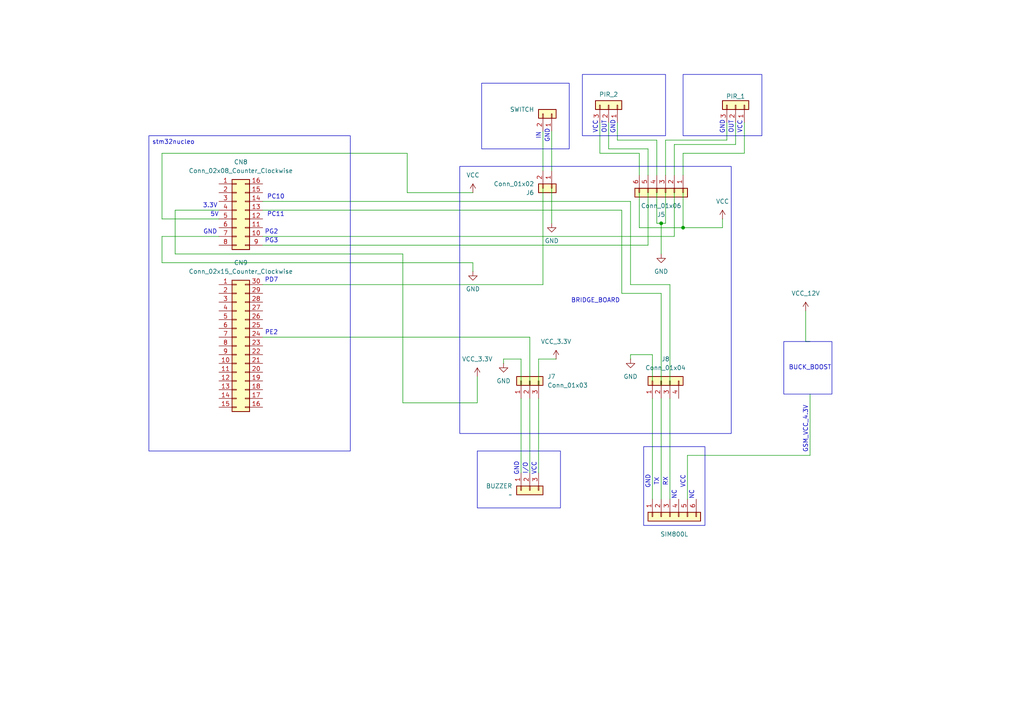
<source format=kicad_sch>
(kicad_sch (version 20250114) (generator "eeschema") (generator_version "9.0")
  (paper "A4")
  (lib_symbols
    (symbol "Connector_Generic:Conn_01x02" (pin_names (offset 1.016) (hide yes))
      (property "Reference" "J" (at 0 2.54 0))
      (property "Value" "Conn_01x02" (at 0 -5.08 0))
      (symbol "Conn_01x02_1_1"
        (rectangle (start -1.27 1.27) (end 1.27 -3.81) (stroke (width 0.254)) (fill (type background)))
        (rectangle (start -1.27 0.127) (end 0 -0.127) (stroke (width 0.1524)))
        (rectangle (start -1.27 -2.413) (end 0 -2.667) (stroke (width 0.1524)))
        (pin passive line (at -5.08 0 0) (length 3.81) (name "Pin_1") (number "1"))
        (pin passive line (at -5.08 -2.54 0) (length 3.81) (name "Pin_2") (number "2"))
      )
    )
    (symbol "Connector_Generic:Conn_01x03" (pin_names (offset 1.016) (hide yes))
      (property "Reference" "J" (at 0 5.08 0))
      (property "Value" "Conn_01x03" (at 0 -5.08 0))
      (symbol "Conn_01x03_1_1"
        (rectangle (start -1.27 3.81) (end 1.27 -3.81) (stroke (width 0.254)) (fill (type background)))
        (rectangle (start -1.27 2.667) (end 0 2.413) (stroke (width 0.1524)))
        (rectangle (start -1.27 0.127) (end 0 -0.127) (stroke (width 0.1524)))
        (rectangle (start -1.27 -2.413) (end 0 -2.667) (stroke (width 0.1524)))
        (pin passive line (at -5.08 2.54 0) (length 3.81) (name "Pin_1") (number "1"))
        (pin passive line (at -5.08 0 0) (length 3.81) (name "Pin_2") (number "2"))
        (pin passive line (at -5.08 -2.54 0) (length 3.81) (name "Pin_3") (number "3"))
      )
    )
    (symbol "Connector_Generic:Conn_01x04" (pin_names (offset 1.016) (hide yes))
      (property "Reference" "J" (at 0 5.08 0))
      (property "Value" "Conn_01x04" (at 0 -7.62 0))
      (symbol "Conn_01x04_1_1"
        (rectangle (start -1.27 3.81) (end 1.27 -6.35) (stroke (width 0.254)) (fill (type background)))
        (rectangle (start -1.27 2.667) (end 0 2.413) (stroke (width 0.1524)))
        (rectangle (start -1.27 0.127) (end 0 -0.127) (stroke (width 0.1524)))
        (rectangle (start -1.27 -2.413) (end 0 -2.667) (stroke (width 0.1524)))
        (rectangle (start -1.27 -4.953) (end 0 -5.207) (stroke (width 0.1524)))
        (pin passive line (at -5.08 2.54 0) (length 3.81) (name "Pin_1") (number "1"))
        (pin passive line (at -5.08 0 0) (length 3.81) (name "Pin_2") (number "2"))
        (pin passive line (at -5.08 -2.54 0) (length 3.81) (name "Pin_3") (number "3"))
        (pin passive line (at -5.08 -5.08 0) (length 3.81) (name "Pin_4") (number "4"))
      )
    )
    (symbol "Connector_Generic:Conn_01x06" (pin_names (offset 1.016) (hide yes))
      (property "Reference" "J" (at 0 7.62 0))
      (property "Value" "Conn_01x06" (at 0 -10.16 0))
      (symbol "Conn_01x06_1_1"
        (rectangle (start -1.27 6.35) (end 1.27 -8.89) (stroke (width 0.254)) (fill (type background)))
        (rectangle (start -1.27 5.207) (end 0 4.953) (stroke (width 0.1524)))
        (rectangle (start -1.27 2.667) (end 0 2.413) (stroke (width 0.1524)))
        (rectangle (start -1.27 0.127) (end 0 -0.127) (stroke (width 0.1524)))
        (rectangle (start -1.27 -2.413) (end 0 -2.667) (stroke (width 0.1524)))
        (rectangle (start -1.27 -4.953) (end 0 -5.207) (stroke (width 0.1524)))
        (rectangle (start -1.27 -7.493) (end 0 -7.747) (stroke (width 0.1524)))
        (pin passive line (at -5.08 5.08 0) (length 3.81) (name "Pin_1") (number "1"))
        (pin passive line (at -5.08 2.54 0) (length 3.81) (name "Pin_2") (number "2"))
        (pin passive line (at -5.08 0 0) (length 3.81) (name "Pin_3") (number "3"))
        (pin passive line (at -5.08 -2.54 0) (length 3.81) (name "Pin_4") (number "4"))
        (pin passive line (at -5.08 -5.08 0) (length 3.81) (name "Pin_5") (number "5"))
        (pin passive line (at -5.08 -7.62 0) (length 3.81) (name "Pin_6") (number "6"))
      )
    )
    (symbol "Connector_Generic:Conn_02x08_Counter_Clockwise" (pin_names (offset 1.016) (hide yes))
      (property "Reference" "J" (at 1.27 10.16 0))
      (property "Value" "Conn_02x08_Counter_Clockwise" (at 1.27 -12.7 0))
      (symbol "Conn_02x08_Counter_Clockwise_1_1"
        (rectangle (start -1.27 8.89) (end 3.81 -11.43) (stroke (width 0.254)) (fill (type background)))
        (rectangle (start -1.27 7.747) (end 0 7.493) (stroke (width 0.1524)))
        (rectangle (start -1.27 5.207) (end 0 4.953) (stroke (width 0.1524)))
        (rectangle (start -1.27 2.667) (end 0 2.413) (stroke (width 0.1524)))
        (rectangle (start -1.27 0.127) (end 0 -0.127) (stroke (width 0.1524)))
        (rectangle (start -1.27 -2.413) (end 0 -2.667) (stroke (width 0.1524)))
        (rectangle (start -1.27 -4.953) (end 0 -5.207) (stroke (width 0.1524)))
        (rectangle (start -1.27 -7.493) (end 0 -7.747) (stroke (width 0.1524)))
        (rectangle (start -1.27 -10.033) (end 0 -10.287) (stroke (width 0.1524)))
        (rectangle (start 3.81 7.747) (end 2.54 7.493) (stroke (width 0.1524)))
        (rectangle (start 3.81 5.207) (end 2.54 4.953) (stroke (width 0.1524)))
        (rectangle (start 3.81 2.667) (end 2.54 2.413) (stroke (width 0.1524)))
        (rectangle (start 3.81 0.127) (end 2.54 -0.127) (stroke (width 0.1524)))
        (rectangle (start 3.81 -2.413) (end 2.54 -2.667) (stroke (width 0.1524)))
        (rectangle (start 3.81 -4.953) (end 2.54 -5.207) (stroke (width 0.1524)))
        (rectangle (start 3.81 -7.493) (end 2.54 -7.747) (stroke (width 0.1524)))
        (rectangle (start 3.81 -10.033) (end 2.54 -10.287) (stroke (width 0.1524)))
        (pin passive line (at -5.08 7.62 0) (length 3.81) (name "Pin_1") (number "1"))
        (pin passive line (at -5.08 5.08 0) (length 3.81) (name "Pin_2") (number "2"))
        (pin passive line (at -5.08 2.54 0) (length 3.81) (name "Pin_3") (number "3"))
        (pin passive line (at -5.08 0 0) (length 3.81) (name "Pin_4") (number "4"))
        (pin passive line (at -5.08 -2.54 0) (length 3.81) (name "Pin_5") (number "5"))
        (pin passive line (at -5.08 -5.08 0) (length 3.81) (name "Pin_6") (number "6"))
        (pin passive line (at -5.08 -7.62 0) (length 3.81) (name "Pin_7") (number "7"))
        (pin passive line (at -5.08 -10.16 0) (length 3.81) (name "Pin_8") (number "8"))
        (pin passive line (at 7.62 7.62 180) (length 3.81) (name "Pin_16") (number "16"))
        (pin passive line (at 7.62 5.08 180) (length 3.81) (name "Pin_15") (number "15"))
        (pin passive line (at 7.62 2.54 180) (length 3.81) (name "Pin_14") (number "14"))
        (pin passive line (at 7.62 0 180) (length 3.81) (name "Pin_13") (number "13"))
        (pin passive line (at 7.62 -2.54 180) (length 3.81) (name "Pin_12") (number "12"))
        (pin passive line (at 7.62 -5.08 180) (length 3.81) (name "Pin_11") (number "11"))
        (pin passive line (at 7.62 -7.62 180) (length 3.81) (name "Pin_10") (number "10"))
        (pin passive line (at 7.62 -10.16 180) (length 3.81) (name "Pin_9") (number "9"))
      )
    )
    (symbol "Connector_Generic:Conn_02x15_Counter_Clockwise" (pin_names (offset 1.016) (hide yes))
      (property "Reference" "J" (at 1.27 20.32 0))
      (property "Value" "Conn_02x15_Counter_Clockwise" (at 1.27 -20.32 0))
      (symbol "Conn_02x15_Counter_Clockwise_1_1"
        (rectangle (start -1.27 19.05) (end 3.81 -19.05) (stroke (width 0.254)) (fill (type background)))
        (rectangle (start -1.27 17.907) (end 0 17.653) (stroke (width 0.1524)))
        (rectangle (start -1.27 15.367) (end 0 15.113) (stroke (width 0.1524)))
        (rectangle (start -1.27 12.827) (end 0 12.573) (stroke (width 0.1524)))
        (rectangle (start -1.27 10.287) (end 0 10.033) (stroke (width 0.1524)))
        (rectangle (start -1.27 7.747) (end 0 7.493) (stroke (width 0.1524)))
        (rectangle (start -1.27 5.207) (end 0 4.953) (stroke (width 0.1524)))
        (rectangle (start -1.27 2.667) (end 0 2.413) (stroke (width 0.1524)))
        (rectangle (start -1.27 0.127) (end 0 -0.127) (stroke (width 0.1524)))
        (rectangle (start -1.27 -2.413) (end 0 -2.667) (stroke (width 0.1524)))
        (rectangle (start -1.27 -4.953) (end 0 -5.207) (stroke (width 0.1524)))
        (rectangle (start -1.27 -7.493) (end 0 -7.747) (stroke (width 0.1524)))
        (rectangle (start -1.27 -10.033) (end 0 -10.287) (stroke (width 0.1524)))
        (rectangle (start -1.27 -12.573) (end 0 -12.827) (stroke (width 0.1524)))
        (rectangle (start -1.27 -15.113) (end 0 -15.367) (stroke (width 0.1524)))
        (rectangle (start -1.27 -17.653) (end 0 -17.907) (stroke (width 0.1524)))
        (rectangle (start 3.81 17.907) (end 2.54 17.653) (stroke (width 0.1524)))
        (rectangle (start 3.81 15.367) (end 2.54 15.113) (stroke (width 0.1524)))
        (rectangle (start 3.81 12.827) (end 2.54 12.573) (stroke (width 0.1524)))
        (rectangle (start 3.81 10.287) (end 2.54 10.033) (stroke (width 0.1524)))
        (rectangle (start 3.81 7.747) (end 2.54 7.493) (stroke (width 0.1524)))
        (rectangle (start 3.81 5.207) (end 2.54 4.953) (stroke (width 0.1524)))
        (rectangle (start 3.81 2.667) (end 2.54 2.413) (stroke (width 0.1524)))
        (rectangle (start 3.81 0.127) (end 2.54 -0.127) (stroke (width 0.1524)))
        (rectangle (start 3.81 -2.413) (end 2.54 -2.667) (stroke (width 0.1524)))
        (rectangle (start 3.81 -4.953) (end 2.54 -5.207) (stroke (width 0.1524)))
        (rectangle (start 3.81 -7.493) (end 2.54 -7.747) (stroke (width 0.1524)))
        (rectangle (start 3.81 -10.033) (end 2.54 -10.287) (stroke (width 0.1524)))
        (rectangle (start 3.81 -12.573) (end 2.54 -12.827) (stroke (width 0.1524)))
        (rectangle (start 3.81 -15.113) (end 2.54 -15.367) (stroke (width 0.1524)))
        (rectangle (start 3.81 -17.653) (end 2.54 -17.907) (stroke (width 0.1524)))
        (pin passive line (at -5.08 17.78 0) (length 3.81) (name "Pin_1") (number "1"))
        (pin passive line (at -5.08 15.24 0) (length 3.81) (name "Pin_2") (number "2"))
        (pin passive line (at -5.08 12.7 0) (length 3.81) (name "Pin_3") (number "3"))
        (pin passive line (at -5.08 10.16 0) (length 3.81) (name "Pin_4") (number "4"))
        (pin passive line (at -5.08 7.62 0) (length 3.81) (name "Pin_5") (number "5"))
        (pin passive line (at -5.08 5.08 0) (length 3.81) (name "Pin_6") (number "6"))
        (pin passive line (at -5.08 2.54 0) (length 3.81) (name "Pin_7") (number "7"))
        (pin passive line (at -5.08 0 0) (length 3.81) (name "Pin_8") (number "8"))
        (pin passive line (at -5.08 -2.54 0) (length 3.81) (name "Pin_9") (number "9"))
        (pin passive line (at -5.08 -5.08 0) (length 3.81) (name "Pin_10") (number "10"))
        (pin passive line (at -5.08 -7.62 0) (length 3.81) (name "Pin_11") (number "11"))
        (pin passive line (at -5.08 -10.16 0) (length 3.81) (name "Pin_12") (number "12"))
        (pin passive line (at -5.08 -12.7 0) (length 3.81) (name "Pin_13") (number "13"))
        (pin passive line (at -5.08 -15.24 0) (length 3.81) (name "Pin_14") (number "14"))
        (pin passive line (at -5.08 -17.78 0) (length 3.81) (name "Pin_15") (number "15"))
        (pin passive line (at 7.62 17.78 180) (length 3.81) (name "Pin_30") (number "30"))
        (pin passive line (at 7.62 15.24 180) (length 3.81) (name "Pin_29") (number "29"))
        (pin passive line (at 7.62 12.7 180) (length 3.81) (name "Pin_28") (number "28"))
        (pin passive line (at 7.62 10.16 180) (length 3.81) (name "Pin_27") (number "27"))
        (pin passive line (at 7.62 7.62 180) (length 3.81) (name "Pin_26") (number "26"))
        (pin passive line (at 7.62 5.08 180) (length 3.81) (name "Pin_25") (number "25"))
        (pin passive line (at 7.62 2.54 180) (length 3.81) (name "Pin_24") (number "24"))
        (pin passive line (at 7.62 0 180) (length 3.81) (name "Pin_23") (number "23"))
        (pin passive line (at 7.62 -2.54 180) (length 3.81) (name "Pin_22") (number "22"))
        (pin passive line (at 7.62 -5.08 180) (length 3.81) (name "Pin_21") (number "21"))
        (pin passive line (at 7.62 -7.62 180) (length 3.81) (name "Pin_20") (number "20"))
        (pin passive line (at 7.62 -10.16 180) (length 3.81) (name "Pin_19") (number "19"))
        (pin passive line (at 7.62 -12.7 180) (length 3.81) (name "Pin_18") (number "18"))
        (pin passive line (at 7.62 -15.24 180) (length 3.81) (name "Pin_17") (number "17"))
        (pin passive line (at 7.62 -17.78 180) (length 3.81) (name "Pin_16") (number "16"))
      )
    )
    (symbol "power:GND" (power) (pin_numbers (hide yes)) (pin_names (offset 0) (hide yes))
      (property "Value" "GND" (at 0 -3.81 0))
      (symbol "GND_0_1"
        (polyline (pts (xy 0 0) (xy 0 -1.27) (xy 1.27 -1.27) (xy 0 -2.54) (xy -1.27 -1.27) (xy 0 -1.27)))
      )
      (symbol "GND_1_1"
        (pin power_in line (at 0 0 270) (length 0) (name "~") (number "1"))
      )
    )
    (symbol "power:VCC" (power) (pin_numbers (hide yes)) (pin_names (offset 0) (hide yes))
      (property "Value" "VCC" (at 0 3.556 0))
      (symbol "VCC_0_1"
        (polyline (pts (xy -0.762 1.27) (xy 0 2.54)))
        (polyline (pts (xy 0 2.54) (xy 0.762 1.27)))
        (polyline (pts (xy 0 0) (xy 0 2.54)))
      )
      (symbol "VCC_1_1"
        (pin power_in line (at 0 0 90) (length 0) (name "~") (number "1"))
      )
    )
  )
  (text "RX" (at 193.04 139.7 90) (effects (font (size 1.27 1.27))))
  (text "VCC" (at 172.72 36.83 90) (effects (font (size 1.27 1.27))))
  (text "PD7\n" (at 78.74 81.28 0) (effects (font (size 1.27 1.27))))
  (text "GND" (at 158.75 39.37 90) (effects (font (size 1.27 1.27))))
  (text "GND" (at 177.8 36.83 90) (effects (font (size 1.27 1.27))))
  (text "IN\n" (at 156.21 39.37 90) (effects (font (size 1.27 1.27))))
  (text "NC\n" (at 195.58 143.51 90) (effects (font (size 1.27 1.27))))
  (text "PC10" (at 80.01 57.15 0) (effects (font (size 1.27 1.27))))
  (text "PE2\n" (at 78.74 96.52 0) (effects (font (size 1.27 1.27))))
  (text "OUT" (at 175.26 36.83 90) (effects (font (size 1.27 1.27))))
  (text "GND" (at 187.96 139.7 90) (effects (font (size 1.27 1.27))))
  (text "VCC" (at 214.63 36.83 90) (effects (font (size 1.27 1.27))))
  (text "GND" (at 60.96 67.31 0) (effects (font (size 1.27 1.27))))
  (text "I/O" (at 152.4 135.89 90) (effects (font (size 1.27 1.27))))
  (text "OUT" (at 212.09 36.83 90) (effects (font (size 1.27 1.27))))
  (text "TX" (at 190.5 139.7 90) (effects (font (size 1.27 1.27))))
  (text "5V" (at 62.23 62.23 0) (effects (font (size 1.27 1.27))))
  (text "VCC" (at 154.94 135.89 90) (effects (font (size 1.27 1.27))))
  (text "PC11" (at 80.01 62.23 0) (effects (font (size 1.27 1.27))))
  (text "3.3V" (at 60.96 59.69 0) (effects (font (size 1.27 1.27))))
  (text "PG2\n" (at 78.74 67.31 0) (effects (font (size 1.27 1.27))))
  (text "NC\n" (at 200.66 143.51 90) (effects (font (size 1.27 1.27))))
  (text "GND" (at 149.86 135.89 90) (effects (font (size 1.27 1.27))))
  (text "PG3\n" (at 78.74 69.85 0) (effects (font (size 1.27 1.27))))
  (text "VCC" (at 198.12 139.7 90) (effects (font (size 1.27 1.27))))
  (text "BUCK_BOOST" (at 234.95 106.68 0) (effects (font (size 1.27 1.27))))
  (text "GND" (at 209.55 36.83 90) (effects (font (size 1.27 1.27))))
  (text "GSM_VCC_4.3V" (at 233.68 124.46 90) (effects (font (size 1.27 1.27))))
  (text_box "\n" (at 168.91 21.59 0) (size 24.13 17.78) (margins 0.9525 0.9525 0.9525 0.9525) (effects (font (size 1.27 1.27)) (justify left top)))
  (text_box "\n" (at 198.12 21.59 0) (size 22.86 17.78) (margins 0.9525 0.9525 0.9525 0.9525) (effects (font (size 1.27 1.27)) (justify left top)))
  (text_box "" (at 186.69 129.54 0) (size 17.78 22.86) (margins 0.9525 0.9525 0.9525 0.9525) (effects (font (size 1.27 1.27)) (justify left top)))
  (text_box "BRIDGE_BOARD" (at 133.35 48.26 0) (size 78.74 77.47) (margins 0.9525 0.9525 0.9525 0.9525) (effects (font (size 1.27 1.27))))
  (text_box "" (at 138.43 130.81 0) (size 24.13 16.51) (margins 0.9525 0.9525 0.9525 0.9525) (effects (font (size 1.27 1.27)) (justify left top)))
  (text_box "stm32nucleo\n" (at 43.18 39.37 0) (size 58.42 91.44) (margins 0.9525 0.9525 0.9525 0.9525) (effects (font (size 1.27 1.27)) (justify left top)))
  (text_box "" (at 139.7 24.13 0) (size 25.4 19.05) (margins 0.9525 0.9525 0.9525 0.9525) (effects (font (size 1.27 1.27)) (justify left top)))
  (text_box "" (at 227.33 99.06 0) (size 13.97 15.24) (margins 0.9525 0.9525 0.9525 0.9525) (effects (font (size 1.27 1.27)) (justify left top)))
  (junction (at 198.12 66.04))
  (junction (at 191.77 64.77))
  (wire (pts (xy 195.58 41.91) (xy 213.36 41.91)))
  (wire (pts (xy 199.39 132.08) (xy 234.95 132.08)))
  (wire (pts (xy 187.96 71.12) (xy 76.2 71.12)))
  (wire (pts (xy 76.2 82.55) (xy 157.48 82.55)))
  (wire (pts (xy 173.99 44.45) (xy 185.42 44.45)))
  (wire (pts (xy 179.07 40.64) (xy 179.07 35.56)))
  (wire (pts (xy 137.16 76.2) (xy 137.16 78.74)))
  (wire (pts (xy 233.68 99.06) (xy 234.95 99.06)))
  (wire (pts (xy 46.99 63.5) (xy 46.99 44.45)))
  (wire (pts (xy 151.13 104.14) (xy 151.13 111.76)))
  (wire (pts (xy 76.2 68.58) (xy 195.58 68.58)))
  (wire (pts (xy 46.99 68.58) (xy 63.5 68.58)))
  (wire (pts (xy 76.2 60.96) (xy 180.34 60.96)))
  (wire (pts (xy 198.12 66.04) (xy 209.55 66.04)))
  (wire (pts (xy 213.36 35.56) (xy 213.36 41.91)))
  (wire (pts (xy 63.5 63.5) (xy 46.99 63.5)))
  (wire (pts (xy 193.04 55.88) (xy 193.04 64.77)))
  (wire (pts (xy 209.55 66.04) (xy 209.55 63.5)))
  (wire (pts (xy 138.43 109.22) (xy 138.43 116.84)))
  (wire (pts (xy 189.23 115.57) (xy 189.23 144.78)))
  (wire (pts (xy 116.84 116.84) (xy 138.43 116.84)))
  (wire (pts (xy 173.99 35.56) (xy 173.99 44.45)))
  (wire (pts (xy 46.99 68.58) (xy 46.99 76.2)))
  (wire (pts (xy 198.12 44.45) (xy 215.9 44.45)))
  (wire (pts (xy 160.02 38.1) (xy 160.02 49.53)))
  (wire (pts (xy 179.07 40.64) (xy 190.5 40.64)))
  (wire (pts (xy 153.67 115.57) (xy 153.67 137.16)))
  (wire (pts (xy 195.58 55.88) (xy 195.58 68.58)))
  (wire (pts (xy 176.53 35.56) (xy 176.53 43.18)))
  (wire (pts (xy 182.88 102.87) (xy 189.23 102.87)))
  (wire (pts (xy 157.48 54.61) (xy 157.48 82.55)))
  (wire (pts (xy 161.29 104.14) (xy 156.21 104.14)))
  (wire (pts (xy 215.9 35.56) (xy 215.9 44.45)))
  (wire (pts (xy 180.34 85.09) (xy 191.77 85.09)))
  (wire (pts (xy 156.21 104.14) (xy 156.21 111.76)))
  (wire (pts (xy 185.42 55.88) (xy 185.42 66.04)))
  (wire (pts (xy 46.99 44.45) (xy 118.11 44.45)))
  (wire (pts (xy 185.42 66.04) (xy 198.12 66.04)))
  (wire (pts (xy 118.11 44.45) (xy 118.11 55.88)))
  (wire (pts (xy 76.2 58.42) (xy 182.88 58.42)))
  (wire (pts (xy 191.77 115.57) (xy 191.77 144.78)))
  (wire (pts (xy 50.8 73.66) (xy 116.84 73.66)))
  (wire (pts (xy 182.88 58.42) (xy 182.88 82.55)))
  (wire (pts (xy 198.12 50.8) (xy 198.12 44.45)))
  (wire (pts (xy 153.67 97.79) (xy 153.67 111.76)))
  (wire (pts (xy 185.42 44.45) (xy 185.42 50.8)))
  (wire (pts (xy 182.88 102.87) (xy 182.88 104.14)))
  (wire (pts (xy 182.88 82.55) (xy 194.31 82.55)))
  (wire (pts (xy 76.2 97.79) (xy 153.67 97.79)))
  (wire (pts (xy 234.95 114.3) (xy 234.95 132.08)))
  (wire (pts (xy 176.53 43.18) (xy 187.96 43.18)))
  (wire (pts (xy 151.13 115.57) (xy 151.13 137.16)))
  (wire (pts (xy 210.82 35.56) (xy 210.82 40.64)))
  (wire (pts (xy 116.84 73.66) (xy 116.84 116.84)))
  (wire (pts (xy 193.04 50.8) (xy 193.04 40.64)))
  (wire (pts (xy 46.99 76.2) (xy 137.16 76.2)))
  (wire (pts (xy 190.5 55.88) (xy 190.5 64.77)))
  (wire (pts (xy 194.31 115.57) (xy 194.31 144.78)))
  (wire (pts (xy 189.23 110.49) (xy 189.23 102.87)))
  (wire (pts (xy 146.05 104.14) (xy 151.13 104.14)))
  (wire (pts (xy 157.48 38.1) (xy 157.48 49.53)))
  (wire (pts (xy 187.96 55.88) (xy 187.96 71.12)))
  (wire (pts (xy 146.05 105.41) (xy 146.05 104.14)))
  (wire (pts (xy 199.39 132.08) (xy 199.39 144.78)))
  (wire (pts (xy 191.77 64.77) (xy 193.04 64.77)))
  (wire (pts (xy 191.77 73.66) (xy 191.77 64.77)))
  (wire (pts (xy 156.21 115.57) (xy 156.21 137.16)))
  (wire (pts (xy 194.31 82.55) (xy 194.31 111.76)))
  (wire (pts (xy 198.12 55.88) (xy 198.12 66.04)))
  (wire (pts (xy 190.5 64.77) (xy 191.77 64.77)))
  (wire (pts (xy 193.04 40.64) (xy 210.82 40.64)))
  (wire (pts (xy 180.34 60.96) (xy 180.34 85.09)))
  (wire (pts (xy 187.96 43.18) (xy 187.96 50.8)))
  (wire (pts (xy 50.8 60.96) (xy 50.8 73.66)))
  (wire (pts (xy 190.5 40.64) (xy 190.5 50.8)))
  (wire (pts (xy 160.02 54.61) (xy 160.02 64.77)))
  (wire (pts (xy 191.77 85.09) (xy 191.77 111.76)))
  (wire (pts (xy 63.5 60.96) (xy 50.8 60.96)))
  (wire (pts (xy 233.68 90.17) (xy 233.68 99.06)))
  (wire (pts (xy 118.11 55.88) (xy 137.16 55.88)))
  (wire (pts (xy 195.58 50.8) (xy 195.58 41.91)))
  (symbol (lib_id "power:GND") (at 146.05 105.41 0) (unit 1)
    (property "Reference" "#PWR07" (effects (hide yes)))
    (property "Value" "GND" (at 146.05 110.49 0))
    (property "Description" "Power symbol creates a global label with name \"GND\" , ground" (effects (hide yes)))
  )
  (symbol (lib_id "Connector_Generic:Conn_01x03") (at 153.67 110.49 90) (unit 1)
    (property "Reference" "J7" (at 158.75 109.2199 90) (effects (justify right)))
    (property "Value" "Conn_01x03" (at 158.75 111.7599 90) (effects (justify right)))
    (property "Description" "Generic connector, single row, 01x03, script generated (kicad-library-utils/schlib/autogen/connector/)" (effects (hide yes)))
  )
  (symbol (lib_id "Connector_Generic:Conn_02x15_Counter_Clockwise") (at 68.58 100.33 0) (unit 1)
    (property "Reference" "CN9" (at 69.85 76.2 0))
    (property "Value" "Conn_02x15_Counter_Clockwise" (at 69.85 78.74 0))
    (property "Description" "Generic connector, double row, 02x15, counter clockwise pin numbering scheme (similar to DIP package numbering), script generated (kicad-library-utils/schlib/autogen/connector/)" (effects (hide yes)))
  )
  (symbol (lib_id "Connector_Generic:Conn_01x02") (at 160.02 33.02 270) (mirror x) (unit 1)
    (property "Reference" "SWITCH" (at 154.94 31.7499 90) (effects (justify right)))
    (property "Value" "Conn_01x02" (effects (hide yes)))
    (property "Description" "Generic connector, single row, 01x02, script generated (kicad-library-utils/schlib/autogen/connector/)" (effects (hide yes)))
  )
  (symbol (lib_id "power:GND") (at 191.77 73.66 0) (unit 1)
    (property "Reference" "#PWR06" (effects (hide yes)))
    (property "Value" "GND" (at 191.77 78.74 0))
    (property "Description" "Power symbol creates a global label with name \"GND\" , ground" (effects (hide yes)))
  )
  (symbol (lib_id "power:VCC") (at 138.43 109.22 0) (unit 1)
    (property "Reference" "#PWR01" (effects (hide yes)))
    (property "Value" "VCC_3.3V" (at 138.43 104.14 0))
    (property "Description" "Power symbol creates a global label with name \"VCC\"" (effects (hide yes)))
  )
  (symbol (lib_id "power:VCC") (at 161.29 104.14 0) (unit 1)
    (property "Reference" "#PWR010" (effects (hide yes)))
    (property "Value" "VCC_3.3V" (at 161.29 99.06 0))
    (property "Description" "Power symbol creates a global label with name \"VCC\"" (effects (hide yes)))
  )
  (symbol (lib_id "power:VCC") (at 209.55 63.5 0) (unit 1)
    (property "Reference" "#PWR04" (effects (hide yes)))
    (property "Value" "VCC" (at 209.55 58.42 0))
    (property "Description" "Power symbol creates a global label with name \"VCC\"" (effects (hide yes)))
  )
  (symbol (lib_id "Connector_Generic:Conn_01x02") (at 160.02 54.61 270) (unit 1)
    (property "Reference" "J6" (at 154.94 55.8801 90) (effects (justify right)))
    (property "Value" "Conn_01x02" (at 154.94 53.3401 90) (effects (justify right)))
    (property "Description" "Generic connector, single row, 01x02, script generated (kicad-library-utils/schlib/autogen/connector/)" (effects (hide yes)))
  )
  (symbol (lib_id "Connector_Generic:Conn_01x03") (at 153.67 142.24 90) (mirror x) (unit 1)
    (property "Reference" "BUZZER" (at 148.59 140.9699 90) (effects (justify left)))
    (property "Value" "~" (at 148.59 143.5099 90) (effects (justify left)))
    (property "Description" "Generic connector, single row, 01x03, script generated (kicad-library-utils/schlib/autogen/connector/)" (effects (hide yes)))
  )
  (symbol (lib_id "Connector_Generic:Conn_01x06") (at 194.31 149.86 90) (mirror x) (unit 1)
    (property "Reference" "J2" (effects (hide yes)))
    (property "Value" "SIM800L" (at 195.58 154.94 90))
    (property "Description" "Generic connector, single row, 01x06, script generated (kicad-library-utils/schlib/autogen/connector/)" (effects (hide yes)))
  )
  (symbol (lib_id "power:VCC") (at 137.16 55.88 0) (unit 1)
    (property "Reference" "#PWR02" (effects (hide yes)))
    (property "Value" "VCC" (at 137.16 50.8 0))
    (property "Description" "Power symbol creates a global label with name \"VCC\"" (effects (hide yes)))
  )
  (symbol (lib_id "Connector_Generic:Conn_02x08_Counter_Clockwise") (at 68.58 60.96 0) (unit 1)
    (property "Reference" "CN8" (at 69.85 46.99 0))
    (property "Value" "Conn_02x08_Counter_Clockwise" (at 69.85 49.53 0))
    (property "Description" "Generic connector, double row, 02x08, counter clockwise pin numbering scheme (similar to DIP package numbering), script generated (kicad-library-utils/schlib/autogen/connector/)" (effects (hide yes)))
  )
  (symbol (lib_id "Connector_Generic:Conn_01x06") (at 193.04 55.88 270) (unit 1)
    (property "Reference" "J5" (at 191.77 62.23 90))
    (property "Value" "Conn_01x06" (at 191.77 59.69 90))
    (property "Description" "Generic connector, single row, 01x06, script generated (kicad-library-utils/schlib/autogen/connector/)" (effects (hide yes)))
  )
  (symbol (lib_id "Connector_Generic:Conn_01x04") (at 191.77 110.49 90) (unit 1)
    (property "Reference" "J8" (at 193.04 104.14 90))
    (property "Value" "Conn_01x04" (at 193.04 106.68 90))
    (property "Description" "Generic connector, single row, 01x04, script generated (kicad-library-utils/schlib/autogen/connector/)" (effects (hide yes)))
  )
  (symbol (lib_id "power:VCC") (at 233.68 90.17 0) (unit 1)
    (property "Reference" "#PWR05" (effects (hide yes)))
    (property "Value" "VCC_12V" (at 233.68 85.09 0))
    (property "Description" "Power symbol creates a global label with name \"VCC\"" (effects (hide yes)))
  )
  (symbol (lib_id "power:GND") (at 137.16 78.74 0) (unit 1)
    (property "Reference" "#PWR03" (effects (hide yes)))
    (property "Value" "GND" (at 137.16 83.82 0))
    (property "Description" "Power symbol creates a global label with name \"GND\" , ground" (effects (hide yes)))
  )
  (symbol (lib_id "Connector_Generic:Conn_01x03") (at 176.53 30.48 270) (mirror x) (unit 1)
    (property "Reference" "J4" (effects (hide yes)))
    (property "Value" "PIR_2" (at 176.53 26.67 90) (effects (justify bottom)))
    (property "Description" "Generic connector, single row, 01x03, script generated (kicad-library-utils/schlib/autogen/connector/)" (effects (hide yes)))
  )
  (symbol (lib_id "Connector_Generic:Conn_01x03") (at 213.36 30.48 270) (mirror x) (unit 1)
    (property "Reference" "J1" (effects (hide yes)))
    (property "Value" "PIR_1" (at 213.36 27.94 90))
    (property "Description" "Generic connector, single row, 01x03, script generated (kicad-library-utils/schlib/autogen/connector/)" (effects (hide yes)))
  )
  (symbol (lib_id "power:GND") (at 182.88 104.14 0) (unit 1)
    (property "Reference" "#PWR08" (effects (hide yes)))
    (property "Value" "GND" (at 182.88 109.22 0))
    (property "Description" "Power symbol creates a global label with name \"GND\" , ground" (effects (hide yes)))
  )
  (symbol (lib_id "power:GND") (at 160.02 64.77 0) (unit 1)
    (property "Reference" "#PWR09" (effects (hide yes)))
    (property "Value" "GND" (at 160.02 69.85 0))
    (property "Description" "Power symbol creates a global label with name \"GND\" , ground" (effects (hide yes)))
  )
)
</source>
